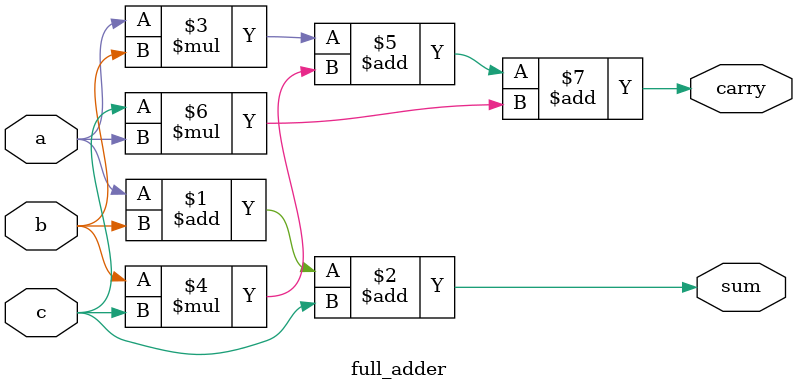
<source format=v>
module full_adder(input a,b,c,
output sum,carry);

assign sum=a+b+c;
assign carry=(a*b)+(b*c)+(c*a);

endmodule

</source>
